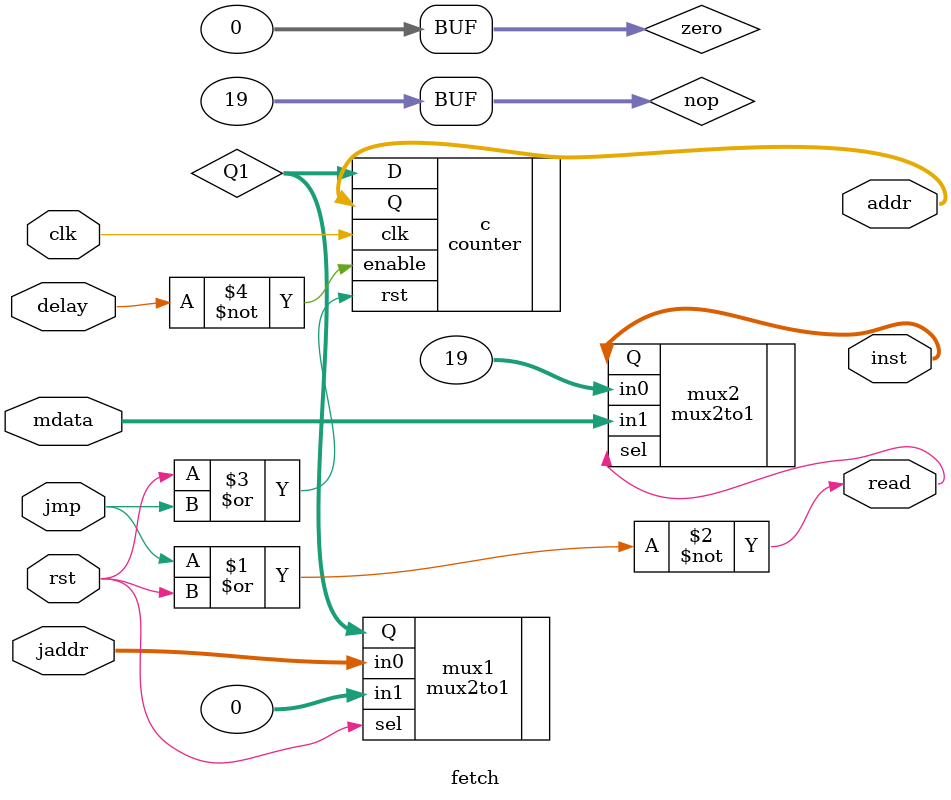
<source format=v>
`include "counter_structure.v"
module fetch(jaddr, mdata, addr, inst, clk, jmp, rst, delay, read);
	parameter width = 32;
	input clk, jmp, rst, delay;
	input [width-1:0] jaddr, mdata;
	output [width-1:0] addr, inst;
	output read;
	wire [width-1:0] zero = {width{1'b0}};
	wire [width-1:0] Q1;
	wire [width-1:0] nop = 32'b10011;

assign read = ~ (jmp | rst);

mux2to1 mux1(
	.in0(jaddr),
	.in1(zero),
	.sel(rst),
	.Q(Q1));
defparam mux1.width = width;

counter c(
	.D(Q1),
	.rst(rst | jmp),
	.enable(~delay),
	.clk(clk),
	.Q(addr));
defparam c.width = width;

mux2to1 mux2(
	.in0(nop),
	.in1(mdata),
	.sel(read),
	.Q(inst));
defparam mux2.width = width;

endmodule
</source>
